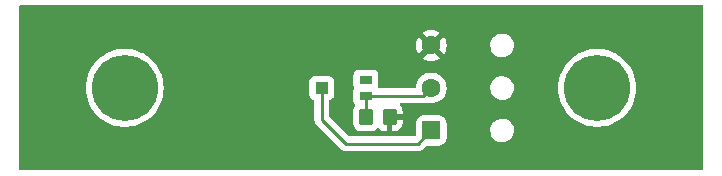
<source format=gtl>
G04 #@! TF.GenerationSoftware,KiCad,Pcbnew,7.0.2*
G04 #@! TF.CreationDate,2023-12-12T16:52:55+01:00*
G04 #@! TF.ProjectId,board_TEMT6000_waterclosedcase,626f6172-645f-4544-954d-54363030305f,rev?*
G04 #@! TF.SameCoordinates,Original*
G04 #@! TF.FileFunction,Copper,L1,Top*
G04 #@! TF.FilePolarity,Positive*
%FSLAX46Y46*%
G04 Gerber Fmt 4.6, Leading zero omitted, Abs format (unit mm)*
G04 Created by KiCad (PCBNEW 7.0.2) date 2023-12-12 16:52:55*
%MOMM*%
%LPD*%
G01*
G04 APERTURE LIST*
G04 Aperture macros list*
%AMRoundRect*
0 Rectangle with rounded corners*
0 $1 Rounding radius*
0 $2 $3 $4 $5 $6 $7 $8 $9 X,Y pos of 4 corners*
0 Add a 4 corners polygon primitive as box body*
4,1,4,$2,$3,$4,$5,$6,$7,$8,$9,$2,$3,0*
0 Add four circle primitives for the rounded corners*
1,1,$1+$1,$2,$3*
1,1,$1+$1,$4,$5*
1,1,$1+$1,$6,$7*
1,1,$1+$1,$8,$9*
0 Add four rect primitives between the rounded corners*
20,1,$1+$1,$2,$3,$4,$5,0*
20,1,$1+$1,$4,$5,$6,$7,0*
20,1,$1+$1,$6,$7,$8,$9,0*
20,1,$1+$1,$8,$9,$2,$3,0*%
G04 Aperture macros list end*
G04 #@! TA.AperFunction,SMDPad,CuDef*
%ADD10R,1.100000X0.800000*%
G04 #@! TD*
G04 #@! TA.AperFunction,SMDPad,CuDef*
%ADD11R,1.100000X1.000000*%
G04 #@! TD*
G04 #@! TA.AperFunction,SMDPad,CuDef*
%ADD12RoundRect,0.250000X-0.350000X-0.450000X0.350000X-0.450000X0.350000X0.450000X-0.350000X0.450000X0*%
G04 #@! TD*
G04 #@! TA.AperFunction,ComponentPad*
%ADD13C,3.600000*%
G04 #@! TD*
G04 #@! TA.AperFunction,ConnectorPad*
%ADD14C,5.600000*%
G04 #@! TD*
G04 #@! TA.AperFunction,ComponentPad*
%ADD15RoundRect,0.250000X0.550000X-0.550000X0.550000X0.550000X-0.550000X0.550000X-0.550000X-0.550000X0*%
G04 #@! TD*
G04 #@! TA.AperFunction,ComponentPad*
%ADD16C,1.600000*%
G04 #@! TD*
G04 #@! TA.AperFunction,Conductor*
%ADD17C,0.250000*%
G04 #@! TD*
G04 APERTURE END LIST*
D10*
X119420000Y-83350000D03*
D11*
X115690000Y-84010000D03*
D10*
X119420000Y-84650000D03*
D12*
X119425000Y-86475000D03*
X121425000Y-86475000D03*
D13*
X99000000Y-84000000D03*
D14*
X99000000Y-84000000D03*
D15*
X124950000Y-87600000D03*
D16*
X124950000Y-84000000D03*
X124950000Y-80400000D03*
D13*
X139000000Y-84000000D03*
D14*
X139000000Y-84000000D03*
D17*
X115690000Y-86690000D02*
X115690000Y-84010000D01*
X117725000Y-88725000D02*
X115690000Y-86690000D01*
X124950000Y-87600000D02*
X123825000Y-88725000D01*
X123825000Y-88725000D02*
X117725000Y-88725000D01*
X119425000Y-86475000D02*
X119425000Y-84655000D01*
X119425000Y-84655000D02*
X119420000Y-84650000D01*
X124300000Y-84650000D02*
X119420000Y-84650000D01*
X124950000Y-84000000D02*
X124300000Y-84650000D01*
G04 #@! TA.AperFunction,Conductor*
G36*
X147942539Y-77020185D02*
G01*
X147988294Y-77072989D01*
X147999500Y-77124500D01*
X147999500Y-90851000D01*
X147979815Y-90918039D01*
X147927011Y-90963794D01*
X147875500Y-90975000D01*
X90149000Y-90975000D01*
X90081961Y-90955315D01*
X90036206Y-90902511D01*
X90025000Y-90851000D01*
X90025000Y-84000000D01*
X95694652Y-84000000D01*
X95694834Y-84003356D01*
X95713845Y-84354007D01*
X95713846Y-84354018D01*
X95714028Y-84357371D01*
X95714572Y-84360692D01*
X95714573Y-84360697D01*
X95771384Y-84707233D01*
X95771387Y-84707248D01*
X95771929Y-84710552D01*
X95772827Y-84713789D01*
X95772828Y-84713790D01*
X95852306Y-85000047D01*
X95867676Y-85055403D01*
X95868924Y-85058535D01*
X95955496Y-85275816D01*
X96000147Y-85387880D01*
X96001721Y-85390849D01*
X96001722Y-85390851D01*
X96052793Y-85487181D01*
X96167789Y-85704085D01*
X96368635Y-86000311D01*
X96600332Y-86273086D01*
X96602763Y-86275389D01*
X96602769Y-86275395D01*
X96740547Y-86405905D01*
X96860163Y-86519211D01*
X97145081Y-86735800D01*
X97451747Y-86920315D01*
X97776565Y-87070591D01*
X98115726Y-87184868D01*
X98465254Y-87261805D01*
X98821052Y-87300500D01*
X98824410Y-87300500D01*
X99175590Y-87300500D01*
X99178948Y-87300500D01*
X99534746Y-87261805D01*
X99884274Y-87184868D01*
X100223435Y-87070591D01*
X100548253Y-86920315D01*
X100854919Y-86735800D01*
X101139837Y-86519211D01*
X101399668Y-86273086D01*
X101631365Y-86000311D01*
X101832211Y-85704085D01*
X101999853Y-85387880D01*
X102132324Y-85055403D01*
X102228071Y-84710552D01*
X102253642Y-84554578D01*
X114639500Y-84554578D01*
X114639501Y-84557872D01*
X114645909Y-84617483D01*
X114696204Y-84752331D01*
X114782454Y-84867546D01*
X114897669Y-84953796D01*
X114983833Y-84985933D01*
X115039766Y-85027803D01*
X115064183Y-85093267D01*
X115064499Y-85102114D01*
X115064499Y-86607256D01*
X115062235Y-86627763D01*
X115064439Y-86697872D01*
X115064500Y-86701767D01*
X115064500Y-86729350D01*
X115064988Y-86733219D01*
X115064989Y-86733225D01*
X115065004Y-86733343D01*
X115065918Y-86744967D01*
X115067290Y-86788626D01*
X115072879Y-86807860D01*
X115076825Y-86826916D01*
X115079335Y-86846792D01*
X115095414Y-86887404D01*
X115099197Y-86898451D01*
X115111382Y-86940391D01*
X115121580Y-86957635D01*
X115130136Y-86975100D01*
X115137514Y-86993732D01*
X115142062Y-86999992D01*
X115163180Y-87029059D01*
X115169593Y-87038822D01*
X115191826Y-87076416D01*
X115191829Y-87076419D01*
X115191830Y-87076420D01*
X115205995Y-87090585D01*
X115218627Y-87105375D01*
X115230406Y-87121587D01*
X115264058Y-87149426D01*
X115272699Y-87157289D01*
X117224197Y-89108787D01*
X117237098Y-89124889D01*
X117239212Y-89126874D01*
X117239214Y-89126877D01*
X117286561Y-89171339D01*
X117288240Y-89172916D01*
X117291036Y-89175626D01*
X117310530Y-89195120D01*
X117313615Y-89197513D01*
X117313701Y-89197580D01*
X117322573Y-89205158D01*
X117354418Y-89235062D01*
X117371974Y-89244714D01*
X117388231Y-89255392D01*
X117404064Y-89267674D01*
X117420185Y-89274649D01*
X117444156Y-89285023D01*
X117454643Y-89290160D01*
X117492908Y-89311197D01*
X117512316Y-89316180D01*
X117530710Y-89322478D01*
X117549105Y-89330438D01*
X117592254Y-89337271D01*
X117603680Y-89339638D01*
X117619222Y-89343629D01*
X117645980Y-89350500D01*
X117645981Y-89350500D01*
X117666016Y-89350500D01*
X117685413Y-89352026D01*
X117705196Y-89355160D01*
X117748674Y-89351050D01*
X117760344Y-89350500D01*
X123742256Y-89350500D01*
X123762762Y-89352764D01*
X123765665Y-89352672D01*
X123765667Y-89352673D01*
X123832872Y-89350561D01*
X123836768Y-89350500D01*
X123860448Y-89350500D01*
X123864350Y-89350500D01*
X123868313Y-89349999D01*
X123879962Y-89349080D01*
X123923627Y-89347709D01*
X123942859Y-89342120D01*
X123961918Y-89338174D01*
X123969091Y-89337268D01*
X123981792Y-89335664D01*
X124022407Y-89319582D01*
X124033444Y-89315803D01*
X124075390Y-89303618D01*
X124092629Y-89293422D01*
X124110102Y-89284862D01*
X124128732Y-89277486D01*
X124164064Y-89251814D01*
X124173830Y-89245400D01*
X124211418Y-89223171D01*
X124211417Y-89223171D01*
X124211420Y-89223170D01*
X124225585Y-89209004D01*
X124240373Y-89196373D01*
X124256587Y-89184594D01*
X124284438Y-89150926D01*
X124292279Y-89142309D01*
X124497771Y-88936818D01*
X124559094Y-88903333D01*
X124585452Y-88900499D01*
X125546859Y-88900499D01*
X125550008Y-88900499D01*
X125652797Y-88889999D01*
X125819334Y-88834814D01*
X125968656Y-88742712D01*
X126092712Y-88618656D01*
X126184814Y-88469334D01*
X126239999Y-88302797D01*
X126250500Y-88200009D01*
X126250500Y-87650937D01*
X129945630Y-87650937D01*
X129976443Y-87852071D01*
X130047113Y-88042886D01*
X130154745Y-88215568D01*
X130154748Y-88215571D01*
X130294941Y-88363053D01*
X130461951Y-88479295D01*
X130648942Y-88559540D01*
X130848259Y-88600500D01*
X130848261Y-88600500D01*
X130997600Y-88600500D01*
X131000742Y-88600500D01*
X131152438Y-88585074D01*
X131346588Y-88524159D01*
X131524502Y-88425409D01*
X131678895Y-88292866D01*
X131803448Y-88131958D01*
X131893060Y-87949271D01*
X131944063Y-87752285D01*
X131954369Y-87549064D01*
X131949505Y-87517316D01*
X131923556Y-87347928D01*
X131852886Y-87157113D01*
X131745254Y-86984431D01*
X131703390Y-86940391D01*
X131605059Y-86836947D01*
X131438049Y-86720705D01*
X131251058Y-86640460D01*
X131051741Y-86599500D01*
X130899258Y-86599500D01*
X130896147Y-86599816D01*
X130896134Y-86599817D01*
X130747559Y-86614926D01*
X130553412Y-86675841D01*
X130375500Y-86774589D01*
X130272569Y-86862953D01*
X130231220Y-86898451D01*
X130221104Y-86907135D01*
X130096551Y-87068042D01*
X130006940Y-87250727D01*
X129955937Y-87447716D01*
X129945630Y-87650937D01*
X126250500Y-87650937D01*
X126250499Y-86999992D01*
X126239999Y-86897203D01*
X126184814Y-86730666D01*
X126127592Y-86637895D01*
X126092711Y-86581342D01*
X125968657Y-86457288D01*
X125819334Y-86365186D01*
X125652797Y-86310000D01*
X125553141Y-86299819D01*
X125553122Y-86299818D01*
X125550009Y-86299500D01*
X125546860Y-86299500D01*
X124353140Y-86299500D01*
X124353120Y-86299500D01*
X124349992Y-86299501D01*
X124346860Y-86299820D01*
X124346858Y-86299821D01*
X124247203Y-86310000D01*
X124080665Y-86365186D01*
X123931342Y-86457288D01*
X123807288Y-86581342D01*
X123715186Y-86730665D01*
X123660000Y-86897202D01*
X123649819Y-86996858D01*
X123649817Y-86996878D01*
X123649500Y-86999991D01*
X123649500Y-87003119D01*
X123649499Y-87003139D01*
X123649499Y-87964545D01*
X123629814Y-88031585D01*
X123613188Y-88052218D01*
X123602235Y-88063173D01*
X123540915Y-88096664D01*
X123514546Y-88099500D01*
X118035452Y-88099500D01*
X117968413Y-88079815D01*
X117947771Y-88063181D01*
X116856469Y-86971878D01*
X118324500Y-86971878D01*
X118324501Y-86975008D01*
X118324820Y-86978140D01*
X118324821Y-86978141D01*
X118335000Y-87077796D01*
X118390186Y-87244334D01*
X118482288Y-87393657D01*
X118606342Y-87517711D01*
X118657171Y-87549062D01*
X118755666Y-87609814D01*
X118867016Y-87646712D01*
X118922202Y-87664999D01*
X119021858Y-87675180D01*
X119021859Y-87675180D01*
X119024991Y-87675500D01*
X119825008Y-87675499D01*
X119927797Y-87664999D01*
X120094334Y-87609814D01*
X120243656Y-87517712D01*
X120337673Y-87423694D01*
X120398994Y-87390211D01*
X120468686Y-87395195D01*
X120513034Y-87423696D01*
X120606654Y-87517316D01*
X120755877Y-87609357D01*
X120922303Y-87664506D01*
X121021890Y-87674680D01*
X121028168Y-87674999D01*
X121174999Y-87674999D01*
X121174999Y-87674998D01*
X121674999Y-87674998D01*
X121675000Y-87674999D01*
X121821829Y-87674999D01*
X121828111Y-87674678D01*
X121927695Y-87664506D01*
X122094122Y-87609357D01*
X122243345Y-87517316D01*
X122367316Y-87393345D01*
X122459357Y-87244122D01*
X122514506Y-87077696D01*
X122524680Y-86978109D01*
X122525000Y-86971831D01*
X122525000Y-86725000D01*
X121675000Y-86725000D01*
X121674999Y-87674998D01*
X121174999Y-87674998D01*
X121175000Y-86349000D01*
X121194685Y-86281961D01*
X121247489Y-86236206D01*
X121299000Y-86225000D01*
X122524999Y-86225000D01*
X122524999Y-85978170D01*
X122524678Y-85971888D01*
X122514506Y-85872304D01*
X122459357Y-85705877D01*
X122367316Y-85556654D01*
X122297843Y-85487181D01*
X122264358Y-85425858D01*
X122269342Y-85356166D01*
X122311214Y-85300233D01*
X122376678Y-85275816D01*
X122385524Y-85275500D01*
X124217256Y-85275500D01*
X124237762Y-85277764D01*
X124240665Y-85277672D01*
X124240667Y-85277673D01*
X124307872Y-85275561D01*
X124311768Y-85275500D01*
X124335448Y-85275500D01*
X124339350Y-85275500D01*
X124343313Y-85274999D01*
X124354962Y-85274080D01*
X124398627Y-85272709D01*
X124417859Y-85267120D01*
X124436918Y-85263174D01*
X124456792Y-85260664D01*
X124488615Y-85248064D01*
X124558193Y-85241686D01*
X124566355Y-85243579D01*
X124723308Y-85285635D01*
X124950000Y-85305468D01*
X125176692Y-85285635D01*
X125396496Y-85226739D01*
X125602734Y-85130568D01*
X125789139Y-85000047D01*
X125950047Y-84839139D01*
X126080568Y-84652734D01*
X126176739Y-84446496D01*
X126235635Y-84226692D01*
X126251012Y-84050937D01*
X129945630Y-84050937D01*
X129976443Y-84252071D01*
X130047113Y-84442886D01*
X130154745Y-84615568D01*
X130156566Y-84617484D01*
X130294941Y-84763053D01*
X130461951Y-84879295D01*
X130648942Y-84959540D01*
X130848259Y-85000500D01*
X130848261Y-85000500D01*
X130997600Y-85000500D01*
X131000742Y-85000500D01*
X131152438Y-84985074D01*
X131346588Y-84924159D01*
X131524502Y-84825409D01*
X131678895Y-84692866D01*
X131803448Y-84531958D01*
X131893060Y-84349271D01*
X131944063Y-84152285D01*
X131951786Y-84000000D01*
X135694652Y-84000000D01*
X135694834Y-84003356D01*
X135713845Y-84354007D01*
X135713846Y-84354018D01*
X135714028Y-84357371D01*
X135714572Y-84360692D01*
X135714573Y-84360697D01*
X135771384Y-84707233D01*
X135771387Y-84707248D01*
X135771929Y-84710552D01*
X135772827Y-84713789D01*
X135772828Y-84713790D01*
X135852306Y-85000047D01*
X135867676Y-85055403D01*
X135868924Y-85058535D01*
X135955496Y-85275816D01*
X136000147Y-85387880D01*
X136001721Y-85390849D01*
X136001722Y-85390851D01*
X136052793Y-85487181D01*
X136167789Y-85704085D01*
X136368635Y-86000311D01*
X136600332Y-86273086D01*
X136602763Y-86275389D01*
X136602769Y-86275395D01*
X136740547Y-86405905D01*
X136860163Y-86519211D01*
X137145081Y-86735800D01*
X137451747Y-86920315D01*
X137776565Y-87070591D01*
X138115726Y-87184868D01*
X138465254Y-87261805D01*
X138821052Y-87300500D01*
X138824410Y-87300500D01*
X139175590Y-87300500D01*
X139178948Y-87300500D01*
X139534746Y-87261805D01*
X139884274Y-87184868D01*
X140223435Y-87070591D01*
X140548253Y-86920315D01*
X140854919Y-86735800D01*
X141139837Y-86519211D01*
X141399668Y-86273086D01*
X141631365Y-86000311D01*
X141832211Y-85704085D01*
X141999853Y-85387880D01*
X142132324Y-85055403D01*
X142228071Y-84710552D01*
X142285972Y-84357371D01*
X142305348Y-84000000D01*
X142285972Y-83642629D01*
X142228071Y-83289448D01*
X142132324Y-82944597D01*
X141999853Y-82612120D01*
X141832211Y-82295915D01*
X141631365Y-81999689D01*
X141399668Y-81726914D01*
X141397235Y-81724609D01*
X141397230Y-81724604D01*
X141142267Y-81483091D01*
X141139837Y-81480789D01*
X140933794Y-81324159D01*
X140857587Y-81266228D01*
X140857585Y-81266226D01*
X140854919Y-81264200D01*
X140852045Y-81262471D01*
X140852041Y-81262468D01*
X140551135Y-81081419D01*
X140551134Y-81081418D01*
X140548253Y-81079685D01*
X140489450Y-81052480D01*
X140226490Y-80930822D01*
X140226483Y-80930819D01*
X140223435Y-80929409D01*
X140135005Y-80899613D01*
X139887457Y-80816204D01*
X139887448Y-80816201D01*
X139884274Y-80815132D01*
X139881006Y-80814412D01*
X139880993Y-80814409D01*
X139538033Y-80738918D01*
X139538023Y-80738916D01*
X139534746Y-80738195D01*
X139477318Y-80731949D01*
X139182286Y-80699863D01*
X139182285Y-80699862D01*
X139178948Y-80699500D01*
X138821052Y-80699500D01*
X138817715Y-80699862D01*
X138817713Y-80699863D01*
X138468600Y-80737831D01*
X138468598Y-80737831D01*
X138465254Y-80738195D01*
X138461979Y-80738915D01*
X138461966Y-80738918D01*
X138119006Y-80814409D01*
X138118988Y-80814413D01*
X138115726Y-80815132D01*
X138112555Y-80816200D01*
X138112542Y-80816204D01*
X137779752Y-80928335D01*
X137779749Y-80928336D01*
X137776565Y-80929409D01*
X137773522Y-80930816D01*
X137773509Y-80930822D01*
X137454802Y-81078271D01*
X137454792Y-81078275D01*
X137451747Y-81079685D01*
X137448873Y-81081414D01*
X137448864Y-81081419D01*
X137147958Y-81262468D01*
X137147945Y-81262476D01*
X137145081Y-81264200D01*
X137142423Y-81266220D01*
X137142412Y-81266228D01*
X136862822Y-81478767D01*
X136862814Y-81478773D01*
X136860163Y-81480789D01*
X136857739Y-81483084D01*
X136857732Y-81483091D01*
X136602769Y-81724604D01*
X136602754Y-81724619D01*
X136600332Y-81726914D01*
X136598169Y-81729459D01*
X136598158Y-81729472D01*
X136370808Y-81997130D01*
X136370802Y-81997137D01*
X136368635Y-81999689D01*
X136366755Y-82002461D01*
X136366748Y-82002471D01*
X136169679Y-82293126D01*
X136169671Y-82293138D01*
X136167789Y-82295915D01*
X136166214Y-82298885D01*
X136166212Y-82298889D01*
X136001722Y-82609148D01*
X136001717Y-82609157D01*
X136000147Y-82612120D01*
X135998906Y-82615232D01*
X135998902Y-82615243D01*
X135884597Y-82902128D01*
X135867676Y-82944597D01*
X135866775Y-82947841D01*
X135866773Y-82947848D01*
X135777976Y-83267668D01*
X135771929Y-83289448D01*
X135771388Y-83292747D01*
X135771384Y-83292766D01*
X135714573Y-83639302D01*
X135714028Y-83642629D01*
X135713846Y-83645979D01*
X135713845Y-83645992D01*
X135702379Y-83857483D01*
X135694652Y-84000000D01*
X131951786Y-84000000D01*
X131954369Y-83949064D01*
X131940339Y-83857484D01*
X131923556Y-83747928D01*
X131852886Y-83557113D01*
X131745254Y-83384431D01*
X131738803Y-83377644D01*
X131605059Y-83236947D01*
X131438049Y-83120705D01*
X131251058Y-83040460D01*
X131051741Y-82999500D01*
X130899258Y-82999500D01*
X130896147Y-82999816D01*
X130896134Y-82999817D01*
X130747559Y-83014926D01*
X130553412Y-83075841D01*
X130375500Y-83174589D01*
X130221104Y-83307135D01*
X130096551Y-83468042D01*
X130006940Y-83650727D01*
X129955937Y-83847716D01*
X129945630Y-84050937D01*
X126251012Y-84050937D01*
X126255468Y-84000000D01*
X126235635Y-83773308D01*
X126176739Y-83553504D01*
X126080568Y-83347266D01*
X126052469Y-83307135D01*
X125950046Y-83160859D01*
X125789140Y-82999953D01*
X125602735Y-82869432D01*
X125396497Y-82773261D01*
X125176689Y-82714364D01*
X124950000Y-82694531D01*
X124723310Y-82714364D01*
X124503502Y-82773261D01*
X124297264Y-82869432D01*
X124110859Y-82999953D01*
X123949953Y-83160859D01*
X123819432Y-83347264D01*
X123723261Y-83553502D01*
X123664364Y-83773310D01*
X123652291Y-83911307D01*
X123626839Y-83976376D01*
X123570248Y-84017355D01*
X123528763Y-84024500D01*
X120580391Y-84024500D01*
X120513352Y-84004815D01*
X120467597Y-83952011D01*
X120457653Y-83882853D01*
X120464063Y-83857737D01*
X120464090Y-83857485D01*
X120464091Y-83857483D01*
X120470500Y-83797873D01*
X120470499Y-82902128D01*
X120464091Y-82842517D01*
X120413796Y-82707669D01*
X120327546Y-82592454D01*
X120212331Y-82506204D01*
X120077483Y-82455909D01*
X120017873Y-82449500D01*
X120014550Y-82449500D01*
X118825439Y-82449500D01*
X118825420Y-82449500D01*
X118822128Y-82449501D01*
X118818848Y-82449853D01*
X118818840Y-82449854D01*
X118762515Y-82455909D01*
X118627669Y-82506204D01*
X118512454Y-82592454D01*
X118426204Y-82707668D01*
X118375910Y-82842515D01*
X118375909Y-82842517D01*
X118369500Y-82902127D01*
X118369500Y-82905448D01*
X118369500Y-82905449D01*
X118369500Y-83794560D01*
X118369500Y-83794578D01*
X118369501Y-83797872D01*
X118369853Y-83801152D01*
X118369854Y-83801159D01*
X118375909Y-83857484D01*
X118385371Y-83882853D01*
X118410066Y-83949064D01*
X118412902Y-83956666D01*
X118417886Y-84026357D01*
X118412902Y-84043332D01*
X118375909Y-84142514D01*
X118369854Y-84198833D01*
X118369500Y-84202127D01*
X118369500Y-84205448D01*
X118369500Y-84205449D01*
X118369500Y-85094560D01*
X118369500Y-85094578D01*
X118369501Y-85097872D01*
X118369853Y-85101152D01*
X118369854Y-85101159D01*
X118373016Y-85130568D01*
X118375909Y-85157483D01*
X118426204Y-85292331D01*
X118498851Y-85389375D01*
X118523268Y-85454838D01*
X118508416Y-85523111D01*
X118487268Y-85551363D01*
X118482289Y-85556341D01*
X118390186Y-85705665D01*
X118335000Y-85872202D01*
X118324819Y-85971858D01*
X118324817Y-85971878D01*
X118324500Y-85974991D01*
X118324500Y-85978138D01*
X118324500Y-85978139D01*
X118324500Y-86971859D01*
X118324500Y-86971878D01*
X116856469Y-86971878D01*
X116351819Y-86467228D01*
X116318334Y-86405905D01*
X116315500Y-86379547D01*
X116315500Y-85102114D01*
X116335185Y-85035075D01*
X116387989Y-84989320D01*
X116396151Y-84985938D01*
X116482331Y-84953796D01*
X116597546Y-84867546D01*
X116683796Y-84752331D01*
X116734091Y-84617483D01*
X116740500Y-84557873D01*
X116740499Y-83462128D01*
X116734091Y-83402517D01*
X116683796Y-83267669D01*
X116597546Y-83152454D01*
X116482331Y-83066204D01*
X116347483Y-83015909D01*
X116287873Y-83009500D01*
X116284550Y-83009500D01*
X115095439Y-83009500D01*
X115095420Y-83009500D01*
X115092128Y-83009501D01*
X115088848Y-83009853D01*
X115088840Y-83009854D01*
X115032515Y-83015909D01*
X114897669Y-83066204D01*
X114782454Y-83152454D01*
X114696204Y-83267668D01*
X114645910Y-83402515D01*
X114645909Y-83402517D01*
X114639500Y-83462127D01*
X114639500Y-83465448D01*
X114639500Y-83465449D01*
X114639500Y-84554560D01*
X114639500Y-84554578D01*
X102253642Y-84554578D01*
X102285972Y-84357371D01*
X102305348Y-84000000D01*
X102285972Y-83642629D01*
X102228071Y-83289448D01*
X102132324Y-82944597D01*
X101999853Y-82612120D01*
X101832211Y-82295915D01*
X101631365Y-81999689D01*
X101399668Y-81726914D01*
X101397235Y-81724609D01*
X101397230Y-81724604D01*
X101142267Y-81483091D01*
X101139837Y-81480789D01*
X101137518Y-81479026D01*
X124224526Y-81479026D01*
X124297515Y-81530133D01*
X124503673Y-81626266D01*
X124723397Y-81685141D01*
X124950000Y-81704966D01*
X125176602Y-81685141D01*
X125396326Y-81626266D01*
X125602480Y-81530134D01*
X125675472Y-81479025D01*
X124950001Y-80753553D01*
X124950000Y-80753553D01*
X124224526Y-81479025D01*
X124224526Y-81479026D01*
X101137518Y-81479026D01*
X100933794Y-81324159D01*
X100857587Y-81266228D01*
X100857585Y-81266226D01*
X100854919Y-81264200D01*
X100852045Y-81262471D01*
X100852041Y-81262468D01*
X100551135Y-81081419D01*
X100551134Y-81081418D01*
X100548253Y-81079685D01*
X100489450Y-81052480D01*
X100226490Y-80930822D01*
X100226483Y-80930819D01*
X100223435Y-80929409D01*
X100135005Y-80899613D01*
X99887457Y-80816204D01*
X99887448Y-80816201D01*
X99884274Y-80815132D01*
X99881006Y-80814412D01*
X99880993Y-80814409D01*
X99538033Y-80738918D01*
X99538023Y-80738916D01*
X99534746Y-80738195D01*
X99477318Y-80731949D01*
X99182286Y-80699863D01*
X99182285Y-80699862D01*
X99178948Y-80699500D01*
X98821052Y-80699500D01*
X98817715Y-80699862D01*
X98817713Y-80699863D01*
X98468600Y-80737831D01*
X98468598Y-80737831D01*
X98465254Y-80738195D01*
X98461979Y-80738915D01*
X98461966Y-80738918D01*
X98119006Y-80814409D01*
X98118988Y-80814413D01*
X98115726Y-80815132D01*
X98112555Y-80816200D01*
X98112542Y-80816204D01*
X97779752Y-80928335D01*
X97779749Y-80928336D01*
X97776565Y-80929409D01*
X97773522Y-80930816D01*
X97773509Y-80930822D01*
X97454802Y-81078271D01*
X97454792Y-81078275D01*
X97451747Y-81079685D01*
X97448873Y-81081414D01*
X97448864Y-81081419D01*
X97147958Y-81262468D01*
X97147945Y-81262476D01*
X97145081Y-81264200D01*
X97142423Y-81266220D01*
X97142412Y-81266228D01*
X96862822Y-81478767D01*
X96862814Y-81478773D01*
X96860163Y-81480789D01*
X96857739Y-81483084D01*
X96857732Y-81483091D01*
X96602769Y-81724604D01*
X96602754Y-81724619D01*
X96600332Y-81726914D01*
X96598169Y-81729459D01*
X96598158Y-81729472D01*
X96370808Y-81997130D01*
X96370802Y-81997137D01*
X96368635Y-81999689D01*
X96366755Y-82002461D01*
X96366748Y-82002471D01*
X96169679Y-82293126D01*
X96169671Y-82293138D01*
X96167789Y-82295915D01*
X96166214Y-82298885D01*
X96166212Y-82298889D01*
X96001722Y-82609148D01*
X96001717Y-82609157D01*
X96000147Y-82612120D01*
X95998906Y-82615232D01*
X95998902Y-82615243D01*
X95884597Y-82902128D01*
X95867676Y-82944597D01*
X95866775Y-82947841D01*
X95866773Y-82947848D01*
X95777976Y-83267668D01*
X95771929Y-83289448D01*
X95771388Y-83292747D01*
X95771384Y-83292766D01*
X95714573Y-83639302D01*
X95714028Y-83642629D01*
X95713846Y-83645979D01*
X95713845Y-83645992D01*
X95702379Y-83857483D01*
X95694652Y-84000000D01*
X90025000Y-84000000D01*
X90025000Y-80400000D01*
X123645033Y-80400000D01*
X123664858Y-80626602D01*
X123723733Y-80846326D01*
X123819866Y-81052484D01*
X123870972Y-81125471D01*
X123870974Y-81125472D01*
X124596445Y-80400000D01*
X124596445Y-80399999D01*
X124568286Y-80371840D01*
X124646105Y-80371840D01*
X124656454Y-80483521D01*
X124706448Y-80583922D01*
X124789334Y-80659484D01*
X124893920Y-80700000D01*
X124977802Y-80700000D01*
X125060250Y-80684588D01*
X125155610Y-80625543D01*
X125223201Y-80536038D01*
X125253895Y-80428160D01*
X125251286Y-80400000D01*
X125303552Y-80400000D01*
X126029025Y-81125472D01*
X126080134Y-81052480D01*
X126176266Y-80846326D01*
X126235141Y-80626602D01*
X126250510Y-80450937D01*
X129945630Y-80450937D01*
X129976443Y-80652071D01*
X130047113Y-80842886D01*
X130154745Y-81015568D01*
X130154748Y-81015571D01*
X130294941Y-81163053D01*
X130461951Y-81279295D01*
X130648942Y-81359540D01*
X130848259Y-81400500D01*
X130848261Y-81400500D01*
X130997600Y-81400500D01*
X131000742Y-81400500D01*
X131152438Y-81385074D01*
X131346588Y-81324159D01*
X131524502Y-81225409D01*
X131678895Y-81092866D01*
X131803448Y-80931958D01*
X131893060Y-80749271D01*
X131944063Y-80552285D01*
X131954369Y-80349064D01*
X131923556Y-80147929D01*
X131887557Y-80050729D01*
X131852886Y-79957113D01*
X131745254Y-79784431D01*
X131710162Y-79747515D01*
X131605059Y-79636947D01*
X131438049Y-79520705D01*
X131251058Y-79440460D01*
X131051741Y-79399500D01*
X130899258Y-79399500D01*
X130896147Y-79399816D01*
X130896134Y-79399817D01*
X130747559Y-79414926D01*
X130553412Y-79475841D01*
X130375500Y-79574589D01*
X130375497Y-79574591D01*
X130375498Y-79574591D01*
X130259089Y-79674526D01*
X130221104Y-79707135D01*
X130096551Y-79868042D01*
X130006940Y-80050727D01*
X129955937Y-80247716D01*
X129945630Y-80450937D01*
X126250510Y-80450937D01*
X126254966Y-80400000D01*
X126235141Y-80173397D01*
X126176266Y-79953673D01*
X126080133Y-79747515D01*
X126029025Y-79674526D01*
X125303552Y-80399999D01*
X125303552Y-80400000D01*
X125251286Y-80400000D01*
X125243546Y-80316479D01*
X125193552Y-80216078D01*
X125110666Y-80140516D01*
X125006080Y-80100000D01*
X124922198Y-80100000D01*
X124839750Y-80115412D01*
X124744390Y-80174457D01*
X124676799Y-80263962D01*
X124646105Y-80371840D01*
X124568286Y-80371840D01*
X123870973Y-79674526D01*
X123870973Y-79674527D01*
X123819865Y-79747516D01*
X123723733Y-79953672D01*
X123664858Y-80173397D01*
X123645033Y-80400000D01*
X90025000Y-80400000D01*
X90025000Y-79320973D01*
X124224526Y-79320973D01*
X124950000Y-80046446D01*
X124950001Y-80046446D01*
X125675472Y-79320974D01*
X125675471Y-79320972D01*
X125602484Y-79269866D01*
X125396326Y-79173733D01*
X125176602Y-79114858D01*
X124950000Y-79095033D01*
X124723397Y-79114858D01*
X124503672Y-79173733D01*
X124297516Y-79269865D01*
X124224527Y-79320973D01*
X124224526Y-79320973D01*
X90025000Y-79320973D01*
X90025000Y-77124500D01*
X90044685Y-77057461D01*
X90097489Y-77011706D01*
X90149000Y-77000500D01*
X147875500Y-77000500D01*
X147942539Y-77020185D01*
G37*
G04 #@! TD.AperFunction*
M02*

</source>
